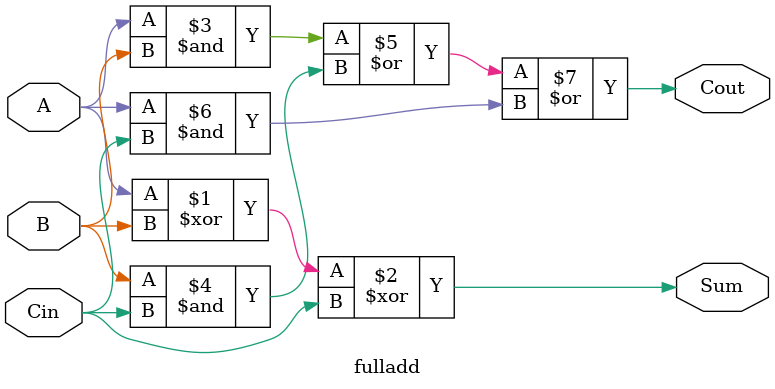
<source format=v>
module fulladd(A, B, Cin, Sum, Cout);
    input A, B, Cin;
    output Sum, Cout;
    
    assign Sum = A ^ B ^ Cin;
    assign Cout = (A & B) | (B & Cin) | (A & Cin);
endmodule
</source>
